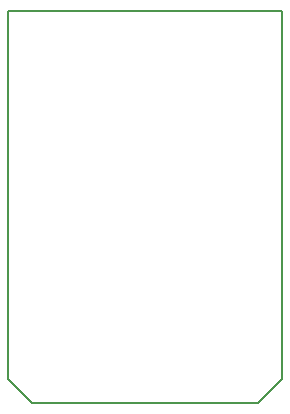
<source format=gko>
G04*
G04 #@! TF.GenerationSoftware,Altium Limited,Altium Designer,23.10.1 (27)*
G04*
G04 Layer_Color=16711935*
%FSLAX25Y25*%
%MOIN*%
G70*
G04*
G04 #@! TF.SameCoordinates,63F36303-5D97-42AD-868C-FB7FB63341C3*
G04*
G04*
G04 #@! TF.FilePolarity,Positive*
G04*
G01*
G75*
%ADD10C,0.00787*%
D10*
X45669Y-91732D02*
Y31102D01*
X37795Y-99606D02*
X45669Y-91732D01*
X-37795Y-99606D02*
X37795D01*
X-45669Y-91732D02*
Y31102D01*
Y-91732D02*
X-37795Y-99606D01*
X-45669Y31102D02*
X45669D01*
M02*

</source>
